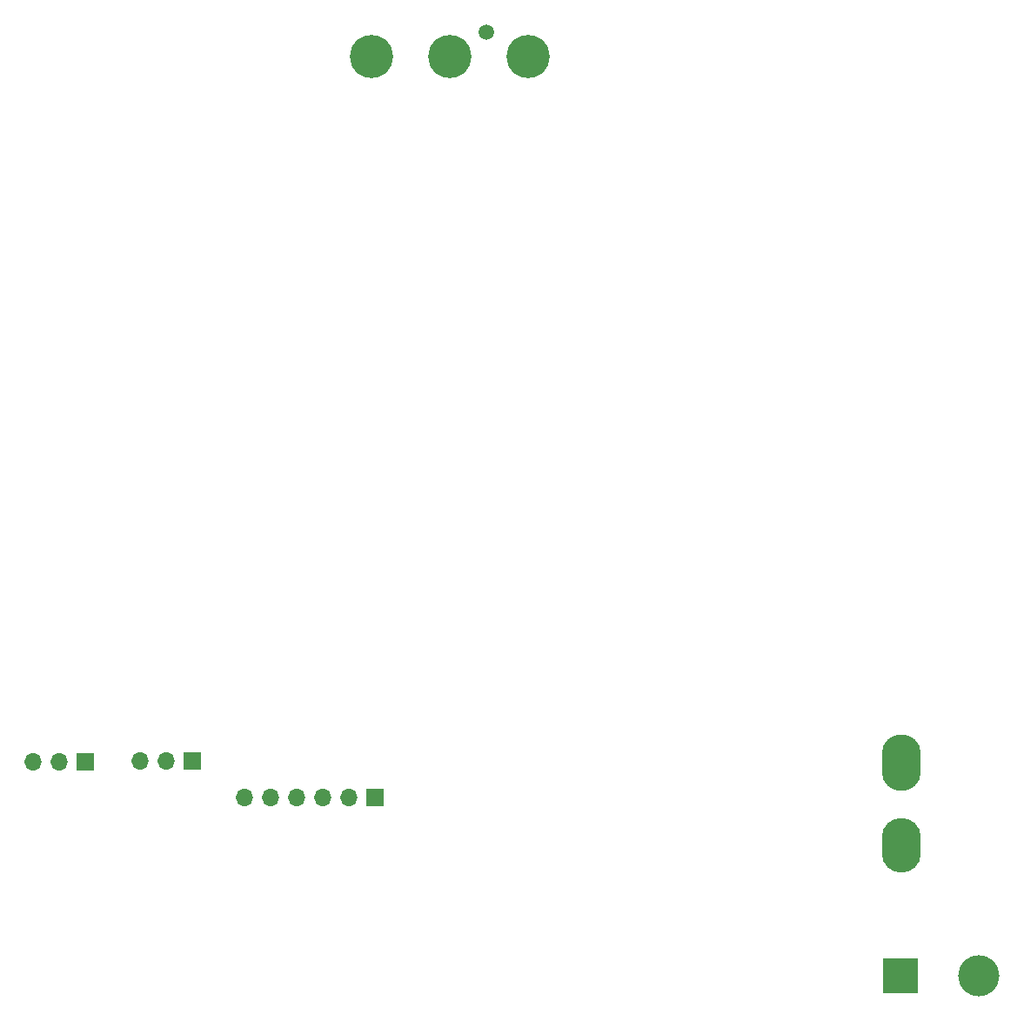
<source format=gbr>
%TF.GenerationSoftware,KiCad,Pcbnew,9.0.1*%
%TF.CreationDate,2025-04-18T15:35:09+02:00*%
%TF.ProjectId,BLDC_DRIVER,424c4443-5f44-4524-9956-45522e6b6963,rev?*%
%TF.SameCoordinates,Original*%
%TF.FileFunction,Soldermask,Bot*%
%TF.FilePolarity,Negative*%
%FSLAX46Y46*%
G04 Gerber Fmt 4.6, Leading zero omitted, Abs format (unit mm)*
G04 Created by KiCad (PCBNEW 9.0.1) date 2025-04-18 15:35:09*
%MOMM*%
%LPD*%
G01*
G04 APERTURE LIST*
%ADD10C,4.204000*%
%ADD11R,1.700000X1.700000*%
%ADD12O,1.700000X1.700000*%
%ADD13O,3.800000X5.500000*%
%ADD14O,3.800000X5.300000*%
%ADD15R,3.500000X3.500000*%
%ADD16C,4.000000*%
%ADD17C,1.500000*%
G04 APERTURE END LIST*
D10*
%TO.C,J104*%
X173100000Y-16950000D03*
X165480000Y-16950000D03*
X157860000Y-16950000D03*
%TD*%
D11*
%TO.C,J2*%
X129990000Y-85600000D03*
D12*
X127450000Y-85600000D03*
X124910000Y-85600000D03*
%TD*%
D13*
%TO.C,F1*%
X209400000Y-85750000D03*
D14*
X209400000Y-93750000D03*
%TD*%
D11*
%TO.C,J3*%
X140440000Y-85550000D03*
D12*
X137900000Y-85550000D03*
X135360000Y-85550000D03*
%TD*%
D15*
%TO.C,J1*%
X209340000Y-106500000D03*
D16*
X216960000Y-106500000D03*
%TD*%
D11*
%TO.C,J4*%
X158140000Y-89100000D03*
D12*
X155600000Y-89100000D03*
X153060000Y-89100000D03*
X150520000Y-89100000D03*
X147980000Y-89100000D03*
X145440000Y-89100000D03*
%TD*%
D17*
%TO.C,TP106*%
X169000000Y-14600000D03*
%TD*%
M02*

</source>
